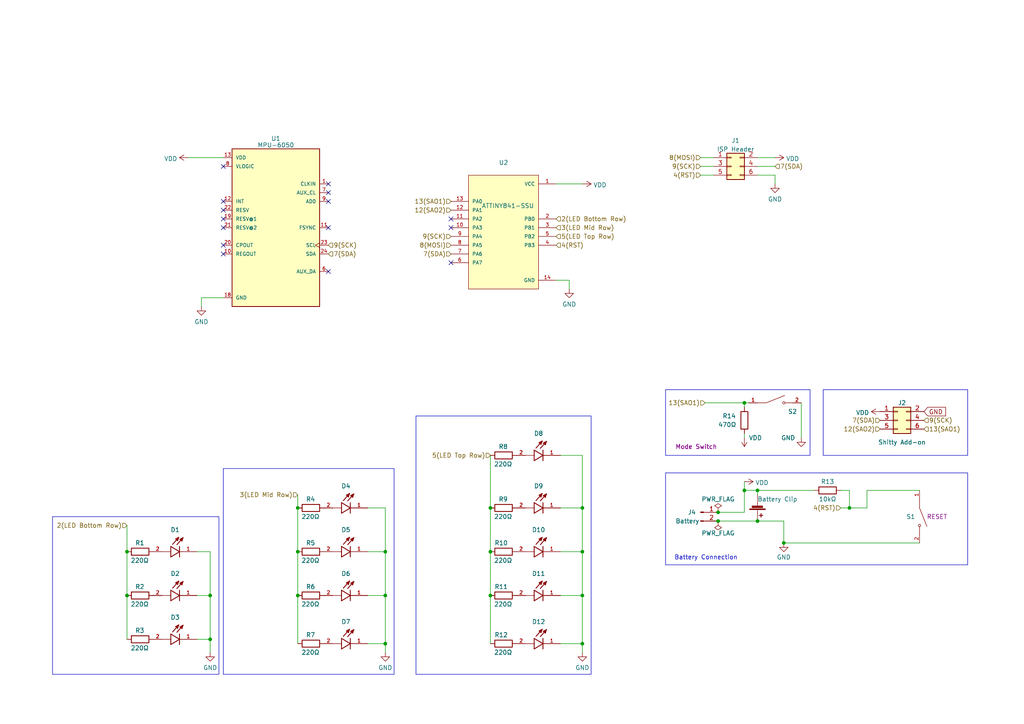
<source format=kicad_sch>
(kicad_sch (version 20230409) (generator eeschema)
  (paper "A4")
  (title_block (title "гопник badge") (date "2023-05-11") (rev "v0.3") (company "DE:AD:10:C5") (comment 1 "Русский хардбасс"))
  (lib_symbols
    (symbol "Connector:Conn_01x02_Pin" (pin_names (offset 1.016) hide)
      (property "Reference" "J" (at 0 2.54 0))
      (property "Value" "Conn_01x02_Pin" (at 0 -5.08 0))
      (symbol "Conn_01x02_Pin_1_1"
        (polyline (pts (xy 1.27 -2.54) (xy 0.8636 -2.54)) (stroke (width 0.1524)))
        (polyline (pts (xy 1.27 0) (xy 0.8636 0)) (stroke (width 0.1524)))
        (rectangle (start 0.8636 -2.413) (end 0 -2.667) (stroke (width 0.1524)) (fill (type outline)))
        (rectangle (start 0.8636 0.127) (end 0 -0.127) (stroke (width 0.1524)) (fill (type outline)))
        (pin passive line (at 5.08 0 180) (length 3.81) (name "Pin_1") (number "1"))
        (pin passive line (at 5.08 -2.54 180) (length 3.81) (name "Pin_2") (number "2"))
      )
    )
    (symbol "Connector_Generic:Conn_02x03_Odd_Even" (pin_names (offset 1.016) hide)
      (property "Reference" "J" (at 1.27 5.08 0))
      (property "Value" "Conn_02x03_Odd_Even" (at 1.27 -5.08 0))
      (symbol "Conn_02x03_Odd_Even_1_1"
        (rectangle (start -1.27 -2.413) (end 0 -2.667) (stroke (width 0.1524)))
        (rectangle (start -1.27 0.127) (end 0 -0.127) (stroke (width 0.1524)))
        (rectangle (start -1.27 2.667) (end 0 2.413) (stroke (width 0.1524)))
        (rectangle (start -1.27 3.81) (end 3.81 -3.81) (stroke (width 0.254)) (fill (type background)))
        (rectangle (start 3.81 -2.413) (end 2.54 -2.667) (stroke (width 0.1524)))
        (rectangle (start 3.81 0.127) (end 2.54 -0.127) (stroke (width 0.1524)))
        (rectangle (start 3.81 2.667) (end 2.54 2.413) (stroke (width 0.1524)))
        (pin passive line (at -5.08 2.54 0) (length 3.81) (name "Pin_1") (number "1"))
        (pin passive line (at 7.62 2.54 180) (length 3.81) (name "Pin_2") (number "2"))
        (pin passive line (at -5.08 0 0) (length 3.81) (name "Pin_3") (number "3"))
        (pin passive line (at 7.62 0 180) (length 3.81) (name "Pin_4") (number "4"))
        (pin passive line (at -5.08 -2.54 0) (length 3.81) (name "Pin_5") (number "5"))
        (pin passive line (at 7.62 -2.54 180) (length 3.81) (name "Pin_6") (number "6"))
      )
    )
    (symbol "Device:Battery_Cell" (pin_numbers hide) (pin_names (offset 0) hide)
      (property "Reference" "BT" (at 2.54 2.54 0))
      (property "Value" "Battery_Cell" (at 2.54 0 0))
      (symbol "Battery_Cell_0_1"
        (rectangle (start -2.286 1.778) (end 2.286 1.524) (fill (type outline)))
        (rectangle (start -1.5748 1.1938) (end 1.4732 0.6858) (fill (type outline)))
        (polyline (pts (xy 0 0.762) (xy 0 0)))
        (polyline (pts (xy 0 1.778) (xy 0 2.54)))
        (polyline (pts (xy 0.508 3.429) (xy 1.524 3.429)) (stroke (width 0.254)))
        (polyline (pts (xy 1.016 3.937) (xy 1.016 2.921)) (stroke (width 0.254)))
      )
      (symbol "Battery_Cell_1_1"
        (pin passive line (at 0 5.08 270) (length 2.54) (name "+") (number "1"))
        (pin passive line (at 0 -2.54 90) (length 2.54) (name "-") (number "2"))
      )
    )
    (symbol "Device:R" (pin_numbers hide) (pin_names (offset 0))
      (property "Reference" "R" (at 2.032 0 90))
      (property "Value" "R" (at 0 0 90))
      (symbol "R_0_1"
        (rectangle (start -1.016 -2.54) (end 1.016 2.54) (stroke (width 0.254)))
      )
      (symbol "R_1_1"
        (pin passive line (at 0 3.81 270) (length 1.27) (name "~") (number "1"))
        (pin passive line (at 0 -3.81 90) (length 1.27) (name "~") (number "2"))
      )
    )
    (symbol "dead10c5:ATTINY841-SSU" (pin_names (offset 1.016))
      (property "Reference" "U" (at -10.16 16.002 0))
      (property "Value" "ATTINY841-SSU" (at -10.16 -20.32 0))
      (symbol "ATTINY841-SSU_0_0"
        (rectangle (start -10.16 -17.78) (end 10.16 15.24) (stroke (width 0.1524)) (fill (type background)))
        (pin power_in line (at 15.24 12.7 180) (length 5.08) (name "VCC") (number "1"))
        (pin bidirectional line (at -15.24 0 0) (length 5.08) (name "PA3") (number "10"))
        (pin bidirectional line (at -15.24 2.54 0) (length 5.08) (name "PA2") (number "11"))
        (pin bidirectional line (at -15.24 5.08 0) (length 5.08) (name "PA1") (number "12"))
        (pin bidirectional line (at -15.24 7.62 0) (length 5.08) (name "PA0") (number "13"))
        (pin power_in line (at 15.24 -15.24 180) (length 5.08) (name "GND") (number "14"))
        (pin bidirectional line (at 15.24 2.54 180) (length 5.08) (name "PB0") (number "2"))
        (pin bidirectional line (at 15.24 0 180) (length 5.08) (name "PB1") (number "3"))
        (pin bidirectional line (at 15.24 -5.08 180) (length 5.08) (name "PB3") (number "4"))
        (pin bidirectional line (at 15.24 -2.54 180) (length 5.08) (name "PB2") (number "5"))
        (pin bidirectional line (at -15.24 -10.16 0) (length 5.08) (name "PA7") (number "6"))
        (pin bidirectional line (at -15.24 -7.62 0) (length 5.08) (name "PA6") (number "7"))
        (pin bidirectional line (at -15.24 -5.08 0) (length 5.08) (name "PA5") (number "8"))
        (pin bidirectional line (at -15.24 -2.54 0) (length 5.08) (name "PA4") (number "9"))
      )
    )
    (symbol "dead10c5:LED-SMD-0805" (pin_names (offset 1.016))
      (property "Reference" "D" (at -10.16 3.81 0))
      (symbol "LED-SMD-0805_0_0"
        (polyline (pts (xy -2.54 -1.524) (xy 0 0)) (stroke (width 0.254)))
        (polyline (pts (xy -2.54 0) (xy -5.08 0)) (stroke (width 0.1524)))
        (polyline (pts (xy -2.54 0) (xy -2.54 -1.524)) (stroke (width 0.254)))
        (polyline (pts (xy -2.54 1.524) (xy -2.54 0)) (stroke (width 0.254)))
        (polyline (pts (xy -1.1176 3.683) (xy -0.2286 4.1656)) (stroke (width 0.254)))
        (polyline (pts (xy -0.9398 3.6068) (xy -0.7112 3.7592)) (stroke (width 0.254)))
        (polyline (pts (xy -0.5588 3.2004) (xy -1.1176 3.683)) (stroke (width 0.254)))
        (polyline (pts (xy -0.5588 3.2004) (xy -0.5334 3.937)) (stroke (width 0.254)))
        (polyline (pts (xy -0.5334 3.937) (xy -0.6604 3.937)) (stroke (width 0.254)))
        (polyline (pts (xy -0.2286 4.1656) (xy -2.0066 2.1336)) (stroke (width 0.254)))
        (polyline (pts (xy -0.2286 4.1656) (xy -0.5588 3.2004)) (stroke (width 0.254)))
        (polyline (pts (xy 0 0) (xy -2.54 1.524)) (stroke (width 0.254)))
        (polyline (pts (xy 0 1.524) (xy 0 -1.524)) (stroke (width 0.254)))
        (polyline (pts (xy 0.127 3.5814) (xy 1.016 4.064)) (stroke (width 0.254)))
        (polyline (pts (xy 0.3048 3.5052) (xy 0.5334 3.6576)) (stroke (width 0.254)))
        (polyline (pts (xy 0.6858 3.0988) (xy 0.127 3.5814)) (stroke (width 0.254)))
        (polyline (pts (xy 0.6858 3.0988) (xy 0.7112 3.8354)) (stroke (width 0.254)))
        (polyline (pts (xy 0.7112 3.8354) (xy 0.5842 3.8354)) (stroke (width 0.254)))
        (polyline (pts (xy 1.016 4.064) (xy -0.762 2.032)) (stroke (width 0.254)))
        (polyline (pts (xy 1.016 4.064) (xy 0.6858 3.0988)) (stroke (width 0.254)))
        (pin passive line (at 5.08 0 180) (length 5.08) (name "~") (number "1"))
        (pin passive line (at -7.62 0 0) (length 2.54) (name "~") (number "2"))
      )
    )
    (symbol "dead10c5:MPU-6050" (pin_names (offset 1.016))
      (property "Reference" "U" (at -12.7508 24.2062 0))
      (property "Value" "MPU-6050" (at -12.7762 -25.527 0))
      (symbol "MPU-6050_0_0"
        (rectangle (start -12.7 -22.86) (end 12.7 22.86) (stroke (width 0.254)) (fill (type background)))
        (pin input line (at -15.24 12.7 0) (length 2.54) (name "CLKIN") (number "1"))
        (pin passive line (at 15.24 -7.62 180) (length 2.54) (name "REGOUT") (number "10"))
        (pin input line (at -15.24 0 0) (length 2.54) (name "FSYNC") (number "11"))
        (pin output line (at 15.24 7.62 180) (length 2.54) (name "INT") (number "12"))
        (pin power_in line (at 15.24 20.32 180) (length 2.54) (name "VDD") (number "13"))
        (pin power_in line (at 15.24 -20.32 180) (length 2.54) (name "GND") (number "18"))
        (pin passive line (at 15.24 2.54 180) (length 2.54) (name "RESV@1") (number "19"))
        (pin passive line (at 15.24 -5.08 180) (length 2.54) (name "CPOUT") (number "20"))
        (pin passive line (at 15.24 0 180) (length 2.54) (name "RESV@2") (number "21"))
        (pin passive line (at 15.24 5.08 180) (length 2.54) (name "RESV") (number "22"))
        (pin input clock (at -15.24 -5.08 0) (length 2.54) (name "SCL") (number "23"))
        (pin bidirectional line (at -15.24 -7.62 0) (length 2.54) (name "SDA") (number "24"))
        (pin bidirectional line (at -15.24 -12.7 0) (length 2.54) (name "AUX_DA") (number "6"))
        (pin input line (at -15.24 10.16 0) (length 2.54) (name "AUX_CL") (number "7"))
        (pin power_in line (at 15.24 17.78 180) (length 2.54) (name "VLOGIC") (number "8"))
        (pin input line (at -15.24 7.62 0) (length 2.54) (name "AD0") (number "9"))
      )
    )
    (symbol "dead10c5:TL1107BF130WQ" (pin_names (offset 1.016))
      (property "Reference" "S" (at -2.54 2.54 0))
      (property "Value" "TL1107BF130WQ" (at -2.54 -2.54 0))
      (symbol "TL1107BF130WQ_0_0"
        (polyline (pts (xy -2.54 0) (xy -5.08 0)) (stroke (width 0.1524)))
        (polyline (pts (xy -2.54 0) (xy 2.794 2.1336)) (stroke (width 0.1524)))
        (polyline (pts (xy 5.08 0) (xy 2.921 0)) (stroke (width 0.1524)))
        (circle (center 2.54 0) (radius 0.3302) (stroke (width 0.1524)))
        (pin passive line (at -7.62 0 0) (length 2.54) (name "~") (number "1"))
        (pin passive line (at 7.62 0 180) (length 2.54) (name "~") (number "2"))
      )
    )
    (symbol "power:GND" (power) (pin_names (offset 0))
      (property "Value" "GND" (at 0 -3.81 0))
      (symbol "GND_0_1"
        (polyline (pts (xy 0 0) (xy 0 -1.27) (xy 1.27 -1.27) (xy 0 -2.54) (xy -1.27 -1.27) (xy 0 -1.27)))
      )
      (symbol "GND_1_1"
        (pin power_in line (at 0 0 270) (length 0) hide (name "GND") (number "1"))
      )
    )
    (symbol "power:PWR_FLAG" (power) (pin_numbers hide) (pin_names (offset 0) hide)
      (property "Value" "PWR_FLAG" (at 0 3.81 0))
      (symbol "PWR_FLAG_0_0"
        (pin power_out line (at 0 0 90) (length 0) (name "pwr") (number "1"))
      )
      (symbol "PWR_FLAG_0_1"
        (polyline (pts (xy 0 0) (xy 0 1.27) (xy -1.016 1.905) (xy 0 2.54) (xy 1.016 1.905) (xy 0 1.27)))
      )
    )
    (symbol "power:VDD" (power) (pin_names (offset 0))
      (property "Value" "VDD" (at 0 3.81 0))
      (symbol "VDD_0_1"
        (polyline (pts (xy -0.762 1.27) (xy 0 2.54)))
        (polyline (pts (xy 0 0) (xy 0 2.54)))
        (polyline (pts (xy 0 2.54) (xy 0.762 1.27)))
      )
      (symbol "VDD_1_1"
        (pin power_in line (at 0 0 90) (length 0) hide (name "VDD") (number "1"))
      )
    )
  )
  (junction (at 219.71 151.13))
  (junction (at 208.28 151.13))
  (junction (at 86.36 172.72))
  (junction (at 142.24 172.72))
  (junction (at 246.38 147.32))
  (junction (at 36.83 160.02))
  (junction (at 215.9 142.24))
  (junction (at 168.91 186.69))
  (junction (at 111.76 186.69))
  (junction (at 60.96 172.72))
  (junction (at 168.91 172.72))
  (junction (at 142.24 147.32))
  (junction (at 227.33 157.48))
  (junction (at 215.9 116.84))
  (junction (at 142.24 160.02))
  (junction (at 111.76 172.72))
  (junction (at 86.36 147.32))
  (junction (at 168.91 147.32))
  (junction (at 36.83 172.72))
  (junction (at 219.71 142.24))
  (junction (at 86.36 160.02))
  (junction (at 111.76 160.02))
  (junction (at 168.91 160.02))
  (junction (at 60.96 185.42))
  (junction (at 208.28 148.59))
  (no_connect (at 64.77 71.12))
  (no_connect (at 130.81 66.04))
  (no_connect (at 64.77 48.26))
  (no_connect (at 64.77 73.66))
  (no_connect (at 64.77 66.04))
  (no_connect (at 130.81 76.2))
  (no_connect (at 64.77 60.96))
  (no_connect (at 130.81 63.5))
  (no_connect (at 95.25 53.34))
  (no_connect (at 95.25 66.04))
  (no_connect (at 95.25 55.88))
  (no_connect (at 95.25 58.42))
  (no_connect (at 95.25 78.74))
  (no_connect (at 64.77 58.42))
  (no_connect (at 64.77 63.5))
  (wire (pts (xy 207.01 48.26) (xy 203.2 48.26)))
  (wire (pts (xy 57.15 160.02) (xy 60.96 160.02)))
  (wire (pts (xy 106.68 172.72) (xy 111.76 172.72)))
  (wire (pts (xy 227.33 157.48) (xy 266.7 157.48)))
  (wire (pts (xy 162.56 172.72) (xy 168.91 172.72)))
  (wire (pts (xy 60.96 185.42) (xy 57.15 185.42)))
  (wire (pts (xy 219.71 151.13) (xy 227.33 151.13)))
  (wire (pts (xy 215.9 116.84) (xy 217.17 116.84)))
  (wire (pts (xy 106.68 160.02) (xy 111.76 160.02)))
  (wire (pts (xy 204.47 116.84) (xy 215.9 116.84)))
  (wire (pts (xy 219.71 142.24) (xy 236.22 142.24)))
  (wire (pts (xy 219.71 142.24) (xy 219.71 143.51)))
  (wire (pts (xy 215.9 139.7) (xy 215.9 142.24)))
  (wire (pts (xy 111.76 172.72) (xy 111.76 186.69)))
  (wire (pts (xy 224.79 45.72) (xy 219.71 45.72)))
  (wire (pts (xy 162.56 147.32) (xy 168.91 147.32)))
  (wire (pts (xy 224.79 50.8) (xy 224.79 53.34)))
  (wire (pts (xy 246.38 142.24) (xy 246.38 147.32)))
  (wire (pts (xy 215.9 142.24) (xy 219.71 142.24)))
  (wire (pts (xy 251.46 142.24) (xy 266.7 142.24)))
  (wire (pts (xy 215.9 148.59) (xy 215.9 142.24)))
  (wire (pts (xy 142.24 172.72) (xy 142.24 186.69)))
  (wire (pts (xy 111.76 186.69) (xy 111.76 189.23)))
  (wire (pts (xy 57.15 172.72) (xy 60.96 172.72)))
  (wire (pts (xy 36.83 160.02) (xy 36.83 172.72)))
  (wire (pts (xy 208.28 151.13) (xy 219.71 151.13)))
  (wire (pts (xy 86.36 160.02) (xy 86.36 172.72)))
  (wire (pts (xy 227.33 151.13) (xy 227.33 157.48)))
  (wire (pts (xy 142.24 160.02) (xy 142.24 172.72)))
  (wire (pts (xy 215.9 118.11) (xy 215.9 116.84)))
  (wire (pts (xy 162.56 160.02) (xy 168.91 160.02)))
  (wire (pts (xy 208.28 148.59) (xy 215.9 148.59)))
  (wire (pts (xy 86.36 172.72) (xy 86.36 186.69)))
  (wire (pts (xy 168.91 147.32) (xy 168.91 160.02)))
  (wire (pts (xy 60.96 160.02) (xy 60.96 172.72)))
  (wire (pts (xy 58.42 88.9) (xy 58.42 86.36)))
  (wire (pts (xy 142.24 132.08) (xy 142.24 147.32)))
  (wire (pts (xy 168.91 172.72) (xy 168.91 186.69)))
  (wire (pts (xy 86.36 147.32) (xy 86.36 160.02)))
  (wire (pts (xy 168.91 186.69) (xy 168.91 189.23)))
  (wire (pts (xy 243.84 142.24) (xy 246.38 142.24)))
  (wire (pts (xy 142.24 147.32) (xy 142.24 160.02)))
  (wire (pts (xy 251.46 147.32) (xy 251.46 142.24)))
  (wire (pts (xy 111.76 147.32) (xy 111.76 160.02)))
  (wire (pts (xy 243.84 147.32) (xy 246.38 147.32)))
  (wire (pts (xy 203.2 45.72) (xy 207.01 45.72)))
  (wire (pts (xy 224.79 48.26) (xy 219.71 48.26)))
  (wire (pts (xy 106.68 147.32) (xy 111.76 147.32)))
  (wire (pts (xy 168.91 132.08) (xy 168.91 147.32)))
  (wire (pts (xy 168.91 160.02) (xy 168.91 172.72)))
  (wire (pts (xy 58.42 86.36) (xy 64.77 86.36)))
  (wire (pts (xy 165.1 81.28) (xy 165.1 83.82)))
  (wire (pts (xy 203.2 50.8) (xy 207.01 50.8)))
  (wire (pts (xy 162.56 132.08) (xy 168.91 132.08)))
  (wire (pts (xy 161.29 81.28) (xy 165.1 81.28)))
  (wire (pts (xy 168.91 53.34) (xy 161.29 53.34)))
  (wire (pts (xy 246.38 147.32) (xy 251.46 147.32)))
  (wire (pts (xy 207.01 151.13) (xy 208.28 151.13)))
  (wire (pts (xy 60.96 189.23) (xy 60.96 185.42)))
  (wire (pts (xy 162.56 186.69) (xy 168.91 186.69)))
  (wire (pts (xy 54.61 45.72) (xy 64.77 45.72)))
  (wire (pts (xy 36.83 152.4) (xy 36.83 160.02)))
  (wire (pts (xy 111.76 160.02) (xy 111.76 172.72)))
  (wire (pts (xy 232.41 116.84) (xy 232.41 127)))
  (wire (pts (xy 219.71 50.8) (xy 224.79 50.8)))
  (wire (pts (xy 60.96 172.72) (xy 60.96 185.42)))
  (wire (pts (xy 86.36 143.51) (xy 86.36 147.32)))
  (wire (pts (xy 106.68 186.69) (xy 111.76 186.69)))
  (wire (pts (xy 36.83 172.72) (xy 36.83 185.42)))
  (wire (pts (xy 215.9 127) (xy 215.9 125.73)))
  (rectangle (start 238.76 113.03) (end 280.67 132.08))
  (rectangle (start 120.65 120.65) (end 171.45 195.58))
  (rectangle (start 193.04 137.16) (end 280.67 163.83))
  (rectangle (start 193.04 113.03) (end 234.95 132.08))
  (rectangle (start 64.77 135.89) (end 114.3 195.58))
  (rectangle (start 15.24 149.86) (end 63.5 195.58))
  (text "Battery Connection" (at 195.58 162.56 0) (effects (font (size 1.27 1.27)) (justify left bottom)))
  (global_label "GND" (shape input) (at 267.97 119.38 0) (property "Intersheetrefs" "${INTERSHEET_REFS}" (effects hide)))
  (hierarchical_label "2(LED Bottom Row)" (shape input) (at 161.29 63.5 0))
  (hierarchical_label "5(LED Top Row)" (shape input) (at 142.24 132.08 180))
  (hierarchical_label "8(MOSI)" (shape input) (at 130.81 71.12 180))
  (hierarchical_label "13(SAO1)" (shape input) (at 130.81 58.42 180))
  (hierarchical_label "7(SDA)" (shape input) (at 255.27 121.92 180))
  (hierarchical_label "13(SAO1)" (shape input) (at 204.47 116.84 180))
  (hierarchical_label "5(LED Top Row)" (shape input) (at 161.29 68.58 0))
  (hierarchical_label "9(SCK)" (shape input) (at 203.2 48.26 180))
  (hierarchical_label "3(LED Mid Row)" (shape input) (at 86.36 143.51 180))
  (hierarchical_label "9(SCK)" (shape input) (at 95.25 71.12 0))
  (hierarchical_label "4(RST)" (shape input) (at 161.29 71.12 0))
  (hierarchical_label "8(MOSI)" (shape input) (at 203.2 45.72 180))
  (hierarchical_label "7(SDA)" (shape input) (at 95.25 73.66 0))
  (hierarchical_label "4(RST)" (shape input) (at 203.2 50.8 180))
  (hierarchical_label "7(SDA)" (shape input) (at 130.81 73.66 180))
  (hierarchical_label "13(SAO1)" (shape input) (at 267.97 124.46 0))
  (hierarchical_label "3(LED Mid Row)" (shape input) (at 161.29 66.04 0))
  (hierarchical_label "9(SCK)" (shape input) (at 130.81 68.58 180))
  (hierarchical_label "9(SCK)" (shape input) (at 267.97 121.92 0))
  (hierarchical_label "2(LED Bottom Row)" (shape input) (at 36.83 152.4 180))
  (hierarchical_label "12(SAO2)" (shape input) (at 130.81 60.96 180))
  (hierarchical_label "7(SDA)" (shape input) (at 224.79 48.26 0))
  (hierarchical_label "12(SAO2)" (shape input) (at 255.27 124.46 180))
  (hierarchical_label "4(RST)" (shape input) (at 243.84 147.32 180))
  (symbol (lib_id "Device:R") (at 40.64 160.02 90) (unit 1)
    (property "Reference" "R1" (at 41.91 157.48 90) (effects (justify left)))
    (property "Value" "220Ω" (at 43.18 162.56 90) (effects (justify left)))
    (property "Footprint" "Resistor_SMD:R_1206_3216Metric" (effects hide))
    (property "Datasheet" "https://www.yageo.com/upload/media/product/productsearch/datasheet/rchip/PYu-RC_Group_51_RoHS_L_12.pdf" (effects hide))
    (property "Manufacturer" "YAGEO" (effects hide))
    (property "Manufacturer Product Number" "RC1206JR-07220RL" (effects hide))
    (property "Digikey" "https://www.digikey.com/en/products/detail/yageo/RC1206JR-07220RL/729251" (effects hide))
  )
  (symbol (lib_id "Device:R") (at 146.05 186.69 90) (unit 1)
    (property "Reference" "R12" (at 147.32 184.15 90) (effects (justify left)))
    (property "Value" "220Ω" (at 148.59 189.23 90) (effects (justify left)))
    (property "Footprint" "Resistor_SMD:R_1206_3216Metric" (effects hide))
    (property "Manufacturer" "YAGEO" (effects hide))
    (property "Part" "RC1206JR-07220RL" (effects hide))
    (property "Digikey" "https://www.digikey.com/en/products/detail/yageo/RC1206JR-07220RL/729251" (effects hide))
  )
  (symbol (lib_id "Device:R") (at 40.64 172.72 90) (unit 1)
    (property "Reference" "R2" (at 41.91 170.18 90) (effects (justify left)))
    (property "Value" "220Ω" (at 43.18 175.26 90) (effects (justify left)))
    (property "Footprint" "Resistor_SMD:R_1206_3216Metric" (effects hide))
    (property "Manufacturer" "YAGEO" (effects hide))
    (property "Part" "RC1206JR-07220RL" (effects hide))
    (property "Digikey" "https://www.digikey.com/en/products/detail/yageo/RC1206JR-07220RL/729251" (effects hide))
  )
  (symbol (lib_id "dead10c5:LED-SMD-0805") (at 52.07 172.72 0) (unit 1)
    (property "Reference" "D2" (at 50.8 166.37 0))
    (property "Value" "SM1206NHC-IL" (effects hide))
    (property "Footprint" "LED_SMD:LED_1206_3216Metric" (effects hide))
    (property "Datasheet" "https://www.bivar.com/parts_content/Datasheets/SM1206NHC-IL.pdf" (effects hide))
    (property "MANUFACTURER" "Bivar" (effects hide))
    (property "Digi-Key Part Number" "492-1944-1-ND" (effects hide))
    (property "Manufacturer Product Number" "SM1206NHC-IL" (effects hide))
  )
  (symbol (lib_id "dead10c5:LED-SMD-0805") (at 157.48 160.02 0) (unit 1)
    (property "Reference" "D10" (at 156.21 153.67 0))
    (property "Value" "SM1206NHC-IL" (effects hide))
    (property "Footprint" "LED_SMD:LED_1206_3216Metric" (effects hide))
    (property "Datasheet" "https://www.bivar.com/parts_content/Datasheets/SM1206NHC-IL.pdf" (effects hide))
    (property "Digi-Key Part Number" "492-1944-1-ND" (effects hide))
    (property "MANUFACTURER" "Bivar" (effects hide))
    (property "Manufacturer Product Number" "SM1206NHC-IL" (effects hide))
  )
  (symbol (lib_id "power:VDD") (at 224.79 45.72 270) (mirror x) (unit 1)
    (property "Reference" "#PWR06" (effects hide))
    (property "Value" "VDD" (at 227.965 46.0368 90) (effects (justify left)))
  )
  (symbol (lib_id "dead10c5:LED-SMD-0805") (at 157.48 132.08 0) (unit 1)
    (property "Reference" "D8" (at 156.21 125.73 0))
    (property "Value" "SM1206NHC-IL" (effects hide))
    (property "Footprint" "LED_SMD:LED_1206_3216Metric" (effects hide))
    (property "Datasheet" "https://www.bivar.com/parts_content/Datasheets/SM1206NHC-IL.pdf" (effects hide))
    (property "MANUFACTURER" "Bivar" (effects hide))
    (property "Digi-Key Part Number" "492-1944-1-ND" (effects hide))
    (property "Manufacturer Product Number" "SM1206NHC-IL" (effects hide))
  )
  (symbol (lib_id "power:VDD") (at 215.9 139.7 270) (mirror x) (unit 1)
    (property "Reference" "#PWR01" (effects hide))
    (property "Value" "VDD" (at 219.075 140.0168 90) (effects (justify left)))
  )
  (symbol (lib_id "power:GND") (at 58.42 88.9 0) (unit 1)
    (property "Reference" "#PWR0106" (effects hide))
    (property "Value" "GND" (at 58.42 93.3434 0))
  )
  (symbol (lib_id "Device:R") (at 146.05 132.08 90) (unit 1)
    (property "Reference" "R8" (at 147.32 129.54 90) (effects (justify left)))
    (property "Value" "220Ω" (at 148.59 134.62 90) (effects (justify left)))
    (property "Footprint" "Resistor_SMD:R_1206_3216Metric" (effects hide))
    (property "Manufacturer" "YAGEO" (effects hide))
    (property "Part" "RC1206JR-07220RL" (effects hide))
    (property "Digikey" "https://www.digikey.com/en/products/detail/yageo/RC1206JR-07220RL/729251" (effects hide))
  )
  (symbol (lib_id "Device:R") (at 146.05 172.72 90) (unit 1)
    (property "Reference" "R11" (at 147.32 170.18 90) (effects (justify left)))
    (property "Value" "220Ω" (at 148.59 175.26 90) (effects (justify left)))
    (property "Footprint" "Resistor_SMD:R_1206_3216Metric" (effects hide))
    (property "Manufacturer" "YAGEO" (effects hide))
    (property "Part" "RC1206JR-07220RL" (effects hide))
    (property "Digikey" "https://www.digikey.com/en/products/detail/yageo/RC1206JR-07220RL/729251" (effects hide))
  )
  (symbol (lib_id "dead10c5:LED-SMD-0805") (at 101.6 160.02 0) (unit 1)
    (property "Reference" "D5" (at 100.33 153.67 0))
    (property "Value" "SM1206NHC-IL" (effects hide))
    (property "Footprint" "LED_SMD:LED_1206_3216Metric" (effects hide))
    (property "Datasheet" "https://www.bivar.com/parts_content/Datasheets/SM1206NHC-IL.pdf" (effects hide))
    (property "MANUFACTURER" "Bivar" (effects hide))
    (property "Digi-Key Part Number" "492-1944-1-ND" (effects hide))
    (property "Manufacturer Product Number" "SM1206NHC-IL" (effects hide))
  )
  (symbol (lib_id "dead10c5:LED-SMD-0805") (at 101.6 186.69 0) (unit 1)
    (property "Reference" "D7" (at 100.33 180.34 0))
    (property "Value" "SM1206NHC-IL" (effects hide))
    (property "Footprint" "LED_SMD:LED_1206_3216Metric" (effects hide))
    (property "Datasheet" "https://www.bivar.com/parts_content/Datasheets/SM1206NHC-IL.pdf" (effects hide))
    (property "MANUFACTURER" "Bivar" (effects hide))
    (property "Digi-Key Part Number" "492-1944-1-ND" (effects hide))
    (property "Manufacturer Product Number" "SM1206NHC-IL" (effects hide))
  )
  (symbol (lib_id "power:PWR_FLAG") (at 208.28 151.13 0) (mirror x) (unit 1)
    (property "Reference" "#FLG01" (effects hide))
    (property "Value" "PWR_FLAG" (at 208.28 154.6319 0))
  )
  (symbol (lib_id "Connector_Generic:Conn_02x03_Odd_Even") (at 212.09 48.26 0) (unit 1) (in_bom no)
    (property "Reference" "J1" (at 213.36 40.7502 0))
    (property "Value" "ISP Header" (at 213.36 43.2871 0))
    (property "Footprint" "Connector_PinHeader_2.54mm:PinHeader_2x03_P2.54mm_Vertical" (effects hide))
  )
  (symbol (lib_id "power:GND") (at 60.96 189.23 0) (unit 1)
    (property "Reference" "#PWR0110" (effects hide))
    (property "Value" "GND" (at 60.96 193.6734 0))
  )
  (symbol (lib_id "dead10c5:LED-SMD-0805") (at 157.48 147.32 0) (unit 1)
    (property "Reference" "D9" (at 156.21 140.97 0))
    (property "Value" "SM1206NHC-IL" (effects hide))
    (property "Footprint" "LED_SMD:LED_1206_3216Metric" (effects hide))
    (property "Datasheet" "https://www.bivar.com/parts_content/Datasheets/SM1206NHC-IL.pdf" (effects hide))
    (property "MANUFACTURER" "Bivar" (effects hide))
    (property "Digi-Key Part Number" "492-1944-1-ND" (effects hide))
    (property "Manufacturer Product Number" "SM1206NHC-IL" (effects hide))
  )
  (symbol (lib_id "power:VDD") (at 215.9 127 0) (mirror x) (unit 1)
    (property "Reference" "#PWR08" (effects hide))
    (property "Value" "VDD" (at 217.17 127 0) (effects (justify left)))
  )
  (symbol (lib_id "dead10c5:LED-SMD-0805") (at 101.6 147.32 0) (unit 1)
    (property "Reference" "D4" (at 100.33 140.97 0))
    (property "Value" "SM1206NHC-IL" (effects hide))
    (property "Footprint" "LED_SMD:LED_1206_3216Metric" (effects hide))
    (property "Datasheet" "https://www.bivar.com/parts_content/Datasheets/SM1206NHC-IL.pdf" (effects hide))
    (property "MANUFACTURER" "Bivar" (effects hide))
    (property "Digi-Key Part Number" "492-1944-1-ND" (effects hide))
    (property "Manufacturer Product Number" "SM1206NHC-IL" (effects hide))
  )
  (symbol (lib_id "power:VDD") (at 54.61 45.72 90) (unit 1)
    (property "Reference" "#PWR03" (effects hide))
    (property "Value" "VDD" (at 51.435 46.0368 90) (effects (justify left)))
  )
  (symbol (lib_id "dead10c5:TL1107BF130WQ") (at 266.7 149.86 270) (unit 1)
    (property "Reference" "S1" (at 264.16 149.86 90))
    (property "Value" "TL1107BF180WQ" (effects hide))
    (property "Footprint" "DEAD10C5:SW_TL1107BF130WQ" (effects hide))
    (property "Datasheet" "https://eswitch.wpengine.com/wp-content/uploads/2022/06/TL1107.pdf" (effects hide))
    (property "Manufacturer" "E-Switch" (effects hide))
    (property "purpose" "RESET" (at 271.78 149.86 90))
    (property "Digi-Key Part Number" "EG2513-ND" (effects hide))
    (property "MANUFACTURER" "E-Switch" (effects hide))
    (property "MAXIMUM_PACKAGE_HEIGHT" "4.3mm" (effects hide))
    (property "SNAPEDA_PN" "TL1107BF180WQ" (effects hide))
  )
  (symbol (lib_id "dead10c5:LED-SMD-0805") (at 52.07 185.42 0) (unit 1)
    (property "Reference" "D3" (at 50.8 179.07 0))
    (property "Value" "SM1206NHC-IL" (effects hide))
    (property "Footprint" "LED_SMD:LED_1206_3216Metric" (effects hide))
    (property "Datasheet" "https://www.bivar.com/parts_content/Datasheets/SM1206NHC-IL.pdf" (effects hide))
    (property "MANUFACTURER" "Bivar" (effects hide))
    (property "Digi-Key Part Number" "492-1944-1-ND" (effects hide))
    (property "Manufacturer Product Number" "SM1206NHC-IL" (effects hide))
  )
  (symbol (lib_id "Device:R") (at 90.17 160.02 90) (unit 1)
    (property "Reference" "R5" (at 91.44 157.48 90) (effects (justify left)))
    (property "Value" "220Ω" (at 92.71 162.56 90) (effects (justify left)))
    (property "Footprint" "Resistor_SMD:R_1206_3216Metric" (effects hide))
    (property "Manufacturer" "YAGEO" (effects hide))
    (property "Part" "RC1206JR-07220RL" (effects hide))
    (property "Digikey" "https://www.digikey.com/en/products/detail/yageo/RC1206JR-07220RL/729251" (effects hide))
  )
  (symbol (lib_id "Device:R") (at 90.17 172.72 90) (unit 1)
    (property "Reference" "R6" (at 91.44 170.18 90) (effects (justify left)))
    (property "Value" "220Ω" (at 92.71 175.26 90) (effects (justify left)))
    (property "Footprint" "Resistor_SMD:R_1206_3216Metric" (effects hide))
    (property "Manufacturer" "YAGEO" (effects hide))
    (property "Part" "RC1206JR-07220RL" (effects hide))
    (property "Digikey" "https://www.digikey.com/en/products/detail/yageo/RC1206JR-07220RL/729251" (effects hide))
  )
  (symbol (lib_id "dead10c5:LED-SMD-0805") (at 101.6 172.72 0) (unit 1)
    (property "Reference" "D6" (at 100.33 166.37 0))
    (property "Value" "SM1206NHC-IL" (effects hide))
    (property "Footprint" "LED_SMD:LED_1206_3216Metric" (effects hide))
    (property "Datasheet" "https://www.bivar.com/parts_content/Datasheets/SM1206NHC-IL.pdf" (effects hide))
    (property "MANUFACTURER" "Bivar" (effects hide))
    (property "Digi-Key Part Number" "492-1944-1-ND" (effects hide))
    (property "Manufacturer Product Number" "SM1206NHC-IL" (effects hide))
  )
  (symbol (lib_id "power:GND") (at 227.33 157.48 0) (unit 1)
    (property "Reference" "#PWR02" (effects hide))
    (property "Value" "GND" (at 227.33 161.6155 0))
  )
  (symbol (lib_id "power:GND") (at 111.76 189.23 0) (unit 1)
    (property "Reference" "#PWR0102" (effects hide))
    (property "Value" "GND" (at 111.76 193.6734 0))
  )
  (symbol (lib_id "dead10c5:LED-SMD-0805") (at 157.48 172.72 0) (unit 1)
    (property "Reference" "D11" (at 156.21 166.37 0))
    (property "Value" "SM1206NHC-IL" (effects hide))
    (property "Footprint" "LED_SMD:LED_1206_3216Metric" (effects hide))
    (property "Datasheet" "https://www.bivar.com/parts_content/Datasheets/SM1206NHC-IL.pdf" (effects hide))
    (property "MANUFACTURER" "Bivar" (effects hide))
    (property "Digi-Key Part Number" "492-1944-1-ND" (effects hide))
    (property "Manufacturer Product Number" "SM1206NHC-IL" (effects hide))
  )
  (symbol (lib_id "dead10c5:ATTINY841-SSU") (at 146.05 66.04 0) (unit 1)
    (property "Reference" "U2" (at 146.05 47.151 0))
    (property "Value" "ATTINY841-SSU" (at 147.32 59.69 0))
    (property "Footprint" "DEAD10C5:SOIC127P599X175-14N" (effects hide))
    (property "Datasheet" "https://www.mouser.com/datasheet/2/268/Atmel_8495_8_bit_AVR_Microcontrollers_ATtiny441_AT-1315526.pdf" (effects hide))
    (property "PACKAGE_TYPE" "SOIC-14" (effects hide))
    (property "Manufacturer" "Microchip" (effects hide))
    (property "MAXIMUM_PACKAGE_HEIGHT" "1.75mm" (effects hide))
    (property "Mouser Part" "556-ATTINY841-SSU" (effects hide))
    (property "B_NOM" "0.415" (effects hide))
    (property "B_MIN" "0.33" (effects hide))
    (property "D_MIN" "8.55" (effects hide))
    (property "E2_MAX" "0.0" (effects hide))
    (property "PARTREV" "A" (effects hide))
    (property "A_NOM" "1.75" (effects hide))
    (property "STANDARD" "IPC 7351B" (effects hide))
    (property "D_MAX" "8.74" (effects hide))
    (property "E1_MAX" "3.99" (effects hide))
    (property "E1_MIN" "3.8" (effects hide))
    (property "MANUFACTURER" "Microchip" (effects hide))
    (property "L_MAX" "1.27" (effects hide))
    (property "E1_NOM" "3.895" (effects hide))
    (property "E_MAX" "6.19" (effects hide))
    (property "E_NOM" "5.995" (effects hide))
    (property "D_NOM" "8.645" (effects hide))
    (property "A_MIN" "1.75" (effects hide))
    (property "B_MAX" "0.5" (effects hide))
    (property "ENOM" "1.27" (effects hide))
    (property "D2_MAX" "0.0" (effects hide))
    (property "L_NOM" "0.84" (effects hide))
    (property "A_MAX" "1.75" (effects hide))
    (property "PIN_COUNT" "14.0" (effects hide))
    (property "A1_MIN" "0.1" (effects hide))
    (property "E_MIN" "5.8" (effects hide))
    (property "L_MIN" "0.41" (effects hide))
  )
  (symbol (lib_id "Device:R") (at 215.9 121.92 0) (unit 1)
    (property "Reference" "R14" (at 209.55 120.65 0) (effects (justify left)))
    (property "Value" "470Ω" (at 208.28 123.19 0) (effects (justify left)))
    (property "Footprint" "Resistor_SMD:R_1206_3216Metric" (effects hide))
  )
  (symbol (lib_id "Device:Battery_Cell") (at 219.71 146.05 0) (mirror x) (unit 1) (in_bom no)
    (property "Reference" "BT1" (effects hide))
    (property "Value" "Battery Clip" (at 219.71 144.78 0) (effects (justify left)))
    (property "Footprint" "Resistor_SMD:R_1206_3216Metric" (effects hide))
    (property "Datasheet" "https://www.mouser.com/datasheet/2/215/3000TR-742873.pdf" (effects hide))
    (property "Mouser Part Number`" "534-3000TR" (effects hide))
    (property "Manufacturer Product Number" "3000TR" (effects hide))
    (property "Manufacturer" "Keystone Electronics" (effects hide))
    (property "Description" "CR2032 Coin Cell Battery Holder" (effects hide))
  )
  (symbol (lib_id "Device:R") (at 146.05 147.32 90) (unit 1)
    (property "Reference" "R9" (at 147.32 144.78 90) (effects (justify left)))
    (property "Value" "220Ω" (at 148.59 149.86 90) (effects (justify left)))
    (property "Footprint" "Resistor_SMD:R_1206_3216Metric" (effects hide))
    (property "Manufacturer" "YAGEO" (effects hide))
    (property "Part" "RC1206JR-07220RL" (effects hide))
    (property "Digikey" "https://www.digikey.com/en/products/detail/yageo/RC1206JR-07220RL/729251" (effects hide))
  )
  (symbol (lib_id "Connector:Conn_01x02_Pin") (at 203.2 148.59 0) (unit 1) (in_bom no)
    (property "Reference" "J4" (at 200.66 148.59 0))
    (property "Value" "Battery" (at 199.39 151.13 0))
    (property "Footprint" "Connector_PinSocket_2.54mm:PinSocket_1x02_P2.54mm_Vertical" (effects hide))
  )
  (symbol (lib_id "power:GND") (at 168.91 189.23 0) (unit 1)
    (property "Reference" "#PWR0101" (effects hide))
    (property "Value" "GND" (at 168.91 193.6734 0))
  )
  (symbol (lib_id "Device:R") (at 90.17 186.69 90) (unit 1)
    (property "Reference" "R7" (at 91.44 184.15 90) (effects (justify left)))
    (property "Value" "220Ω" (at 92.71 189.23 90) (effects (justify left)))
    (property "Footprint" "Resistor_SMD:R_1206_3216Metric" (effects hide))
    (property "Manufacturer" "YAGEO" (effects hide))
    (property "Part" "RC1206JR-07220RL" (effects hide))
    (property "Digikey" "https://www.digikey.com/en/products/detail/yageo/RC1206JR-07220RL/729251" (effects hide))
  )
  (symbol (lib_id "dead10c5:LED-SMD-0805") (at 157.48 186.69 0) (unit 1)
    (property "Reference" "D12" (at 156.21 180.34 0))
    (property "Value" "SM1206NHC-IL" (effects hide))
    (property "Footprint" "LED_SMD:LED_1206_3216Metric" (effects hide))
    (property "Datasheet" "https://www.bivar.com/parts_content/Datasheets/SM1206NHC-IL.pdf" (effects hide))
    (property "MANUFACTURER" "Bivar" (effects hide))
    (property "Digi-Key Part Number" "492-1944-1-ND" (effects hide))
    (property "Manufacturer Product Number" "SM1206NHC-IL" (effects hide))
  )
  (symbol (lib_id "dead10c5:TL1107BF130WQ") (at 224.79 116.84 0) (unit 1)
    (property "Reference" "S2" (at 229.87 119.38 0))
    (property "Value" "TL1107BF180WQ" (effects hide))
    (property "Footprint" "DEAD10C5:SW_TL1107BF130WQ" (effects hide))
    (property "Datasheet" "https://eswitch.wpengine.com/wp-content/uploads/2022/06/TL1107.pdf" (effects hide))
    (property "Manufacturer" "E-Switch" (effects hide))
    (property "purpose" "Mode Switch" (at 201.93 129.54 0))
    (property "Digi-Key Part Number" "EG2513-ND" (effects hide))
    (property "MAXIMUM_PACKAGE_HEIGHT" "4.3mm" (effects hide))
    (property "Manufacturer Part Num" "TL1107BF180WQ" (effects hide))
  )
  (symbol (lib_id "power:GND") (at 165.1 83.82 0) (unit 1)
    (property "Reference" "#PWR0107" (effects hide))
    (property "Value" "GND" (at 165.1 88.2634 0))
  )
  (symbol (lib_id "Connector_Generic:Conn_02x03_Odd_Even") (at 260.35 121.92 0) (unit 1) (in_bom no)
    (property "Reference" "J2" (at 261.62 116.84 0))
    (property "Value" "Shitty Add-on" (at 261.62 128.27 0))
    (property "Footprint" "Connector_PinHeader_2.54mm:PinHeader_2x03_P2.54mm_Vertical" (effects hide))
  )
  (symbol (lib_id "Device:R") (at 146.05 160.02 90) (unit 1)
    (property "Reference" "R10" (at 147.32 157.48 90) (effects (justify left)))
    (property "Value" "220Ω" (at 148.59 162.56 90) (effects (justify left)))
    (property "Footprint" "Resistor_SMD:R_1206_3216Metric" (effects hide))
    (property "Manufacturer" "YAGEO" (effects hide))
    (property "Part" "RC1206JR-07220RL" (effects hide))
    (property "Digikey" "https://www.digikey.com/en/products/detail/yageo/RC1206JR-07220RL/729251" (effects hide))
  )
  (symbol (lib_id "power:PWR_FLAG") (at 208.28 148.59 0) (unit 1)
    (property "Reference" "#FLG02" (effects hide))
    (property "Value" "PWR_FLAG" (at 208.28 144.78 0))
  )
  (symbol (lib_id "power:VDD") (at 168.91 53.34 270) (unit 1)
    (property "Reference" "#PWR04" (effects hide))
    (property "Value" "VDD" (at 172.085 53.6568 90) (effects (justify left)))
  )
  (symbol (lib_id "dead10c5:LED-SMD-0805") (at 52.07 160.02 0) (unit 1)
    (property "Reference" "D1" (at 50.8 153.67 0))
    (property "Value" "SM1206NHC-IL" (effects hide))
    (property "Footprint" "LED_SMD:LED_1206_3216Metric" (effects hide))
    (property "Datasheet" "https://www.bivar.com/parts_content/Datasheets/SM1206NHC-IL.pdf" (effects hide))
    (property "MANUFACTURER" "Bivar" (effects hide))
    (property "Digi-Key Part Number" "492-1944-1-ND" (effects hide))
    (property "Manufacturer Product Number" "SM1206NHC-IL" (effects hide))
  )
  (symbol (lib_id "power:GND") (at 224.79 53.34 0) (unit 1)
    (property "Reference" "#PWR0104" (effects hide))
    (property "Value" "GND" (at 224.79 57.7834 0))
  )
  (symbol (lib_id "dead10c5:MPU-6050") (at 80.01 66.04 0) (mirror y) (unit 1)
    (property "Reference" "U1" (at 80.01 40.1701 0))
    (property "Value" "MPU-6050" (at 80.01 42.0911 0))
    (property "Footprint" "DEAD10C5:QFN50P400X400X95-24N" (effects hide))
    (property "Datasheet" "https://product.tdk.com/system/files/dam/doc/product/sensor/mortion-inertial/imu/data_sheet/mpu-6000-datasheet1.pdf?ref_disty=mouser" (effects hide))
    (property "Manufacturer Product Number" "MPU-6050" (effects hide))
    (property "Description" "IMU ACCEL/GYRO 3-AXIS I2C 24QFN" (effects hide))
    (property "Manufacturer" "TDK" (effects hide))
    (property "PACKAGE" "QFN-24 InvenSense" (effects hide))
    (property "Mouser Part " "410-MPU-6050" (effects hide))
    (property "MP" "MPU-6050" (effects hide))
    (property "DESCRIPTION" "IMU ACCEL/GYRO 3-AXIS I2C 24QFN" (effects hide))
  )
  (symbol (lib_id "power:GND") (at 232.41 127 0) (unit 1)
    (property "Reference" "#PWR07" (effects hide))
    (property "Value" "GND" (at 228.6 127 0))
  )
  (symbol (lib_id "power:VDD") (at 255.27 119.38 90) (unit 1)
    (property "Reference" "#PWR05" (effects hide))
    (property "Value" "VDD" (at 252.095 119.6968 90) (effects (justify left)))
  )
  (symbol (lib_id "Device:R") (at 240.03 142.24 90) (unit 1)
    (property "Reference" "R13" (at 240.03 139.7 90))
    (property "Value" "10kΩ" (at 240.03 144.78 90))
    (property "Footprint" "Resistor_SMD:R_1206_3216Metric" (effects hide))
    (property "Datasheet" "https://www.yageo.com/upload/media/product/productsearch/datasheet/rchip/PYu-RC_Group_51_RoHS_L_12.pdf" (effects hide))
    (property "Manufacturer Product Number" "RC1206JR-0710KL" (effects hide))
    (property "Digi-Key Part Number" "311-10KERCT-ND" (effects hide))
    (property "Manufacturer" "YAGEO" (effects hide))
    (property "Description" "RES 10K OHM 5% 1/4W 1206" (effects hide))
  )
  (symbol (lib_id "Device:R") (at 90.17 147.32 90) (unit 1)
    (property "Reference" "R4" (at 91.44 144.78 90) (effects (justify left)))
    (property "Value" "220Ω" (at 92.71 149.86 90) (effects (justify left)))
    (property "Footprint" "Resistor_SMD:R_1206_3216Metric" (effects hide))
    (property "Manufacturer" "YAGEO" (effects hide))
    (property "Part" "RC1206JR-07220RL" (effects hide))
    (property "Digikey" "https://www.digikey.com/en/products/detail/yageo/RC1206JR-07220RL/729251" (effects hide))
  )
  (symbol (lib_id "Device:R") (at 40.64 185.42 90) (unit 1)
    (property "Reference" "R3" (at 41.91 182.88 90) (effects (justify left)))
    (property "Value" "220Ω" (at 43.18 187.96 90) (effects (justify left)))
    (property "Footprint" "Resistor_SMD:R_1206_3216Metric" (effects hide))
    (property "Manufacturer" "YAGEO" (effects hide))
    (property "Part" "RC1206JR-07220RL" (effects hide))
    (property "Digikey" "https://www.digikey.com/en/products/detail/yageo/RC1206JR-07220RL/729251" (effects hide))
  )
)
</source>
